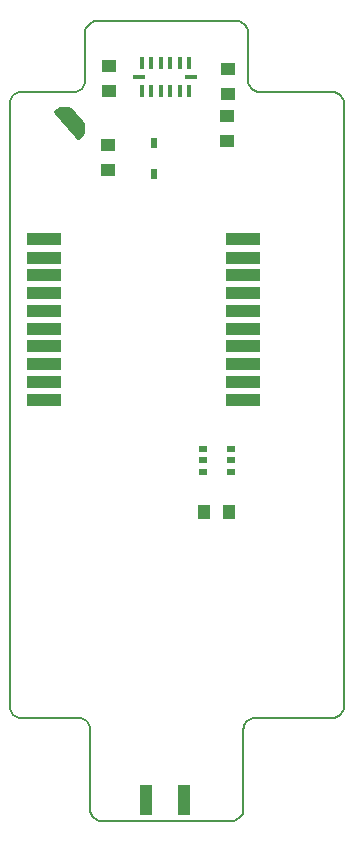
<source format=gbr>
G04 PROTEUS RS274X GERBER FILE*
%FSLAX45Y45*%
%MOMM*%
G01*
%ADD14R,1.016000X2.540000*%
%ADD16R,0.635000X0.508000*%
%ADD17R,1.016000X1.270000*%
%ADD18R,2.946400X0.990600*%
%ADD19R,0.405000X1.100000*%
%ADD70R,1.100000X0.405000*%
%AMPPAD011*
4,1,6,
-1.577990,0.748290,
0.521400,-1.666780,
1.049690,-1.207540,
1.118750,-0.220000,
-0.062160,1.138480,
-1.049690,1.207540,
-1.577990,0.748290,
0*%
%ADD71PPAD011*%
%ADD21R,1.270000X1.016000*%
%ADD22R,0.508000X0.838200*%
%ADD23C,0.203200*%
D14*
X+184000Y-3273800D03*
X-133500Y-3273800D03*
D16*
X+585000Y-495500D03*
X+585000Y-401520D03*
X+585000Y-305000D03*
X+346240Y-305000D03*
X+346240Y-398980D03*
X+346240Y-495500D03*
D17*
X+565000Y-835000D03*
X+351640Y-835000D03*
D18*
X-1000000Y+1470000D03*
X-1000000Y+1315000D03*
X-1000000Y+1165000D03*
X-1000000Y+1015000D03*
X-1000000Y+865000D03*
X-1000000Y+715000D03*
X-1000000Y+565000D03*
X-1000000Y+415000D03*
X-1000000Y+265000D03*
X-1000000Y+110000D03*
X+685000Y+110000D03*
X+685000Y+265000D03*
X+685000Y+415000D03*
X+685000Y+565000D03*
X+685000Y+715000D03*
X+685000Y+865000D03*
X+685000Y+1015000D03*
X+685000Y+1165000D03*
X+685000Y+1315000D03*
X+685000Y+1470000D03*
D19*
X+230000Y+2960000D03*
X+150000Y+2960000D03*
X+70000Y+2960000D03*
X-10000Y+2960000D03*
X-90000Y+2960000D03*
X-170000Y+2960000D03*
D70*
X-196300Y+2845500D03*
D19*
X-170000Y+2730000D03*
X-90000Y+2730000D03*
X-10000Y+2730000D03*
X+70000Y+2730000D03*
X+150000Y+2730000D03*
X+230000Y+2730000D03*
D70*
X+243700Y+2845500D03*
D71*
X-765000Y+2470000D03*
D21*
X-450000Y+2940000D03*
X-450000Y+2726640D03*
D22*
X-65000Y+2025000D03*
X-65000Y+2285000D03*
D21*
X-455000Y+2055000D03*
X-455000Y+2268360D03*
X+560000Y+2915000D03*
X+560000Y+2701640D03*
X+550000Y+2301640D03*
X+550000Y+2515000D03*
D23*
X-610000Y-3352045D02*
X-608010Y-3372492D01*
X-602285Y-3391400D01*
X-581094Y-3423139D01*
X-549356Y-3444330D01*
X-530447Y-3450055D01*
X-510000Y-3452045D01*
X-610000Y-3352045D02*
X-610000Y-2682045D01*
X-611990Y-2661598D01*
X-617715Y-2642690D01*
X-638906Y-2610951D01*
X-670644Y-2589760D01*
X-689553Y-2584035D01*
X-710000Y-2582045D01*
X-1190000Y-2582045D01*
X-1290000Y-2482045D02*
X-1288010Y-2502492D01*
X-1282285Y-2521400D01*
X-1261094Y-2553139D01*
X-1229356Y-2574330D01*
X-1210447Y-2580055D01*
X-1190000Y-2582045D01*
X-1290000Y-2482045D02*
X-1290000Y+2617964D01*
X-1288010Y+2638411D01*
X-1282285Y+2657319D01*
X-1261094Y+2689058D01*
X-1229356Y+2710249D01*
X-1210447Y+2715974D01*
X-1190000Y+2717964D01*
X-750000Y+2717964D01*
X-650000Y+2817964D02*
X-651990Y+2797517D01*
X-657715Y+2778609D01*
X-678906Y+2746870D01*
X-710644Y+2725679D01*
X-729553Y+2719954D01*
X-750000Y+2717964D01*
X-650000Y+2817964D02*
X-650000Y+3218300D01*
X-648010Y+3238747D01*
X-642285Y+3257655D01*
X-621094Y+3289394D01*
X-589356Y+3310585D01*
X-570447Y+3316310D01*
X-550000Y+3318300D01*
X+630000Y+3318300D01*
X+730000Y+3218300D02*
X+728010Y+3238747D01*
X+722285Y+3257655D01*
X+701094Y+3289394D01*
X+669356Y+3310585D01*
X+650447Y+3316310D01*
X+630000Y+3318300D01*
X+730000Y+3218300D02*
X+730000Y+2817964D01*
X+731990Y+2797517D01*
X+737715Y+2778609D01*
X+758906Y+2746870D01*
X+790644Y+2725679D01*
X+809553Y+2719954D01*
X+830000Y+2717964D01*
X+1440000Y+2717964D01*
X+1540000Y+2617964D02*
X+1538010Y+2638411D01*
X+1532285Y+2657319D01*
X+1511094Y+2689058D01*
X+1479356Y+2710249D01*
X+1460447Y+2715974D01*
X+1440000Y+2717964D01*
X+1540000Y+2617964D02*
X+1540000Y-2482045D01*
X+1538010Y-2502492D01*
X+1532285Y-2521400D01*
X+1511094Y-2553139D01*
X+1479356Y-2574330D01*
X+1460447Y-2580055D01*
X+1440000Y-2582045D01*
X+790000Y-2582045D01*
X+690000Y-2682045D02*
X+691990Y-2661598D01*
X+697715Y-2642690D01*
X+718906Y-2610951D01*
X+750644Y-2589760D01*
X+769553Y-2584035D01*
X+790000Y-2582045D01*
X+690000Y-2682045D02*
X+690000Y-3352045D01*
X+688010Y-3372492D01*
X+682285Y-3391400D01*
X+661094Y-3423139D01*
X+629356Y-3444330D01*
X+610447Y-3450055D01*
X+590000Y-3452045D01*
X+302500Y-3452045D01*
X-222500Y-3452045D02*
X-510000Y-3452045D01*
X+302500Y-3452045D02*
X-222500Y-3452045D01*
M02*

</source>
